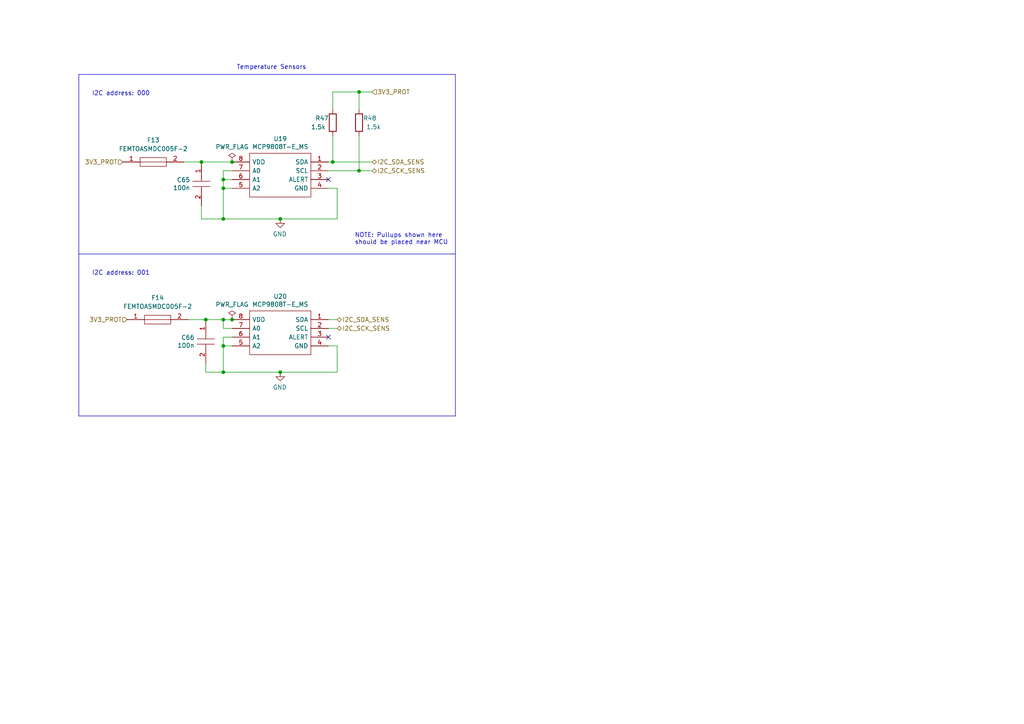
<source format=kicad_sch>
(kicad_sch (version 20230121) (generator eeschema)
  (paper "A4")
  (lib_symbols
    (symbol "Device:R" (pin_numbers hide) (pin_names (offset 0))
      (property "Reference" "R" (at 2.032 0 90))
      (property "Value" "R" (at 0 0 90))
      (symbol "R_0_1"
        (rectangle (start -1.016 -2.54) (end 1.016 2.54) (stroke (width 0.254)))
      )
      (symbol "R_1_1"
        (pin passive line (at 0 3.81 270) (length 1.27) (name "~") (number "1"))
        (pin passive line (at 0 -3.81 90) (length 1.27) (name "~") (number "2"))
      )
    )
    (symbol "MISC:FEMTOASMDC005F-2" (pin_names (offset 0.762))
      (property "Reference" "F" (at 13.97 6.35 0))
      (property "Value" "FEMTOASMDC005F-2" (at 13.97 3.81 0))
      (symbol "FEMTOASMDC005F-2_0_0"
        (pin passive line (at 0 0 0) (length 5.08) (name "~") (number "1"))
        (pin passive line (at 17.78 0 180) (length 5.08) (name "~") (number "2"))
      )
      (symbol "FEMTOASMDC005F-2_0_1"
        (polyline (pts (xy 5.08 0) (xy 12.7 0)) (stroke (width 0.1524)))
        (polyline (pts (xy 5.08 1.27) (xy 12.7 1.27) (xy 12.7 -1.27) (xy 5.08 -1.27) (xy 5.08 1.27)) (stroke (width 0.1524)))
      )
    )
    (symbol "OBC_IC:MCP9808T-E_MS" (pin_names (offset 0.762))
      (property "Reference" "U" (at 24.13 7.62 0))
      (property "Value" "MCP9808T-E_MS" (at 24.13 5.08 0))
      (symbol "MCP9808T-E_MS_0_0"
        (pin bidirectional line (at 0 0 0) (length 5.08) (name "SDA") (number "1"))
        (pin input line (at 0 -2.54 0) (length 5.08) (name "SCL") (number "2"))
        (pin output line (at 0 -5.08 0) (length 5.08) (name "ALERT") (number "3"))
        (pin power_in line (at 0 -7.62 0) (length 5.08) (name "GND") (number "4"))
        (pin input line (at 27.94 -7.62 180) (length 5.08) (name "A2") (number "5"))
        (pin input line (at 27.94 -5.08 180) (length 5.08) (name "A1") (number "6"))
        (pin input line (at 27.94 -2.54 180) (length 5.08) (name "A0") (number "7"))
        (pin power_in line (at 27.94 0 180) (length 5.08) (name "VDD") (number "8"))
      )
      (symbol "MCP9808T-E_MS_0_1"
        (polyline (pts (xy 5.08 2.54) (xy 22.86 2.54) (xy 22.86 -10.16) (xy 5.08 -10.16) (xy 5.08 2.54)) (stroke (width 0.1524)))
      )
    )
    (symbol "OBC_PASSIVE:GCM155R71H104KE02J" (pin_names (offset 0.762))
      (property "Reference" "C" (at 8.89 6.35 0))
      (property "Value" "GCM155R71H104KE02J" (at 8.89 3.81 0))
      (symbol "GCM155R71H104KE02J_0_0"
        (pin passive line (at 0 0 0) (length 5.08) (name "~") (number "1"))
        (pin passive line (at 12.7 0 180) (length 5.08) (name "~") (number "2"))
      )
      (symbol "GCM155R71H104KE02J_0_1"
        (polyline (pts (xy 5.08 0) (xy 5.588 0)) (stroke (width 0.1524)))
        (polyline (pts (xy 5.588 2.54) (xy 5.588 -2.54)) (stroke (width 0.1524)))
        (polyline (pts (xy 7.112 0) (xy 7.62 0)) (stroke (width 0.1524)))
        (polyline (pts (xy 7.112 2.54) (xy 7.112 -2.54)) (stroke (width 0.1524)))
      )
    )
    (symbol "power:GND" (power) (pin_names (offset 0))
      (property "Value" "GND" (at 0 -3.81 0))
      (symbol "GND_0_1"
        (polyline (pts (xy 0 0) (xy 0 -1.27) (xy 1.27 -1.27) (xy 0 -2.54) (xy -1.27 -1.27) (xy 0 -1.27)))
      )
      (symbol "GND_1_1"
        (pin power_in line (at 0 0 270) (length 0) hide (name "GND") (number "1"))
      )
    )
    (symbol "power:PWR_FLAG" (power) (pin_numbers hide) (pin_names (offset 0) hide)
      (property "Value" "PWR_FLAG" (at 0 3.81 0))
      (symbol "PWR_FLAG_0_0"
        (pin power_out line (at 0 0 90) (length 0) (name "pwr") (number "1"))
      )
      (symbol "PWR_FLAG_0_1"
        (polyline (pts (xy 0 0) (xy 0 1.27) (xy -1.016 1.905) (xy 0 2.54) (xy 1.016 1.905) (xy 0 1.27)))
      )
    )
  )
  (junction (at 64.77 92.71))
  (junction (at 64.77 107.95))
  (junction (at 67.31 92.71))
  (junction (at 81.28 63.5))
  (junction (at 64.77 54.61))
  (junction (at 81.28 107.95))
  (junction (at 104.14 26.67))
  (junction (at 64.77 52.07))
  (junction (at 59.69 92.71))
  (junction (at 104.14 49.53))
  (junction (at 64.77 100.33))
  (junction (at 64.77 63.5))
  (junction (at 96.52 46.99))
  (junction (at 58.42 46.99))
  (junction (at 67.31 46.99))
  (no_connect (at 95.25 97.79))
  (no_connect (at 95.25 52.07))
  (wire (pts (xy 81.28 107.95) (xy 97.79 107.95)))
  (wire (pts (xy 97.79 100.33) (xy 97.79 107.95)))
  (wire (pts (xy 67.31 100.33) (xy 64.77 100.33)))
  (wire (pts (xy 64.77 63.5) (xy 81.28 63.5)))
  (wire (pts (xy 97.79 54.61) (xy 97.79 63.5)))
  (wire (pts (xy 64.77 107.95) (xy 81.28 107.95)))
  (polyline (pts (xy 22.86 21.59) (xy 132.08 21.59)))
  (polyline (pts (xy 132.08 120.65) (xy 22.86 120.65)))
  (wire (pts (xy 59.69 105.41) (xy 59.69 107.95)))
  (polyline (pts (xy 22.86 120.65) (xy 22.86 21.59)))
  (wire (pts (xy 64.77 49.53) (xy 64.77 52.07)))
  (wire (pts (xy 53.34 46.99) (xy 58.42 46.99)))
  (wire (pts (xy 97.79 95.25) (xy 95.25 95.25)))
  (wire (pts (xy 59.69 107.95) (xy 64.77 107.95)))
  (wire (pts (xy 64.77 95.25) (xy 64.77 92.71)))
  (wire (pts (xy 67.31 49.53) (xy 64.77 49.53)))
  (wire (pts (xy 104.14 26.67) (xy 107.95 26.67)))
  (wire (pts (xy 67.31 52.07) (xy 64.77 52.07)))
  (wire (pts (xy 67.31 54.61) (xy 64.77 54.61)))
  (wire (pts (xy 95.25 100.33) (xy 97.79 100.33)))
  (wire (pts (xy 64.77 97.79) (xy 64.77 100.33)))
  (wire (pts (xy 67.31 97.79) (xy 64.77 97.79)))
  (wire (pts (xy 96.52 39.37) (xy 96.52 46.99)))
  (wire (pts (xy 97.79 92.71) (xy 95.25 92.71)))
  (wire (pts (xy 67.31 95.25) (xy 64.77 95.25)))
  (wire (pts (xy 104.14 49.53) (xy 95.25 49.53)))
  (polyline (pts (xy 132.08 21.59) (xy 132.08 120.65)))
  (wire (pts (xy 104.14 26.67) (xy 104.14 31.75)))
  (wire (pts (xy 104.14 39.37) (xy 104.14 49.53)))
  (wire (pts (xy 64.77 92.71) (xy 67.31 92.71)))
  (wire (pts (xy 96.52 26.67) (xy 96.52 31.75)))
  (wire (pts (xy 96.52 26.67) (xy 104.14 26.67)))
  (wire (pts (xy 64.77 100.33) (xy 64.77 107.95)))
  (wire (pts (xy 96.52 46.99) (xy 95.25 46.99)))
  (wire (pts (xy 64.77 54.61) (xy 64.77 63.5)))
  (wire (pts (xy 95.25 54.61) (xy 97.79 54.61)))
  (polyline (pts (xy 22.86 73.66) (xy 132.08 73.66)))
  (wire (pts (xy 58.42 63.5) (xy 64.77 63.5)))
  (wire (pts (xy 58.42 59.69) (xy 58.42 63.5)))
  (wire (pts (xy 97.79 63.5) (xy 81.28 63.5)))
  (wire (pts (xy 67.31 46.99) (xy 58.42 46.99)))
  (wire (pts (xy 54.61 92.71) (xy 59.69 92.71)))
  (wire (pts (xy 59.69 92.71) (xy 64.77 92.71)))
  (wire (pts (xy 64.77 52.07) (xy 64.77 54.61)))
  (wire (pts (xy 107.95 49.53) (xy 104.14 49.53)))
  (wire (pts (xy 96.52 46.99) (xy 107.95 46.99)))
  (text "I2C address: 000" (at 26.67 27.94 0) (effects (font (size 1.27 1.27)) (justify left bottom)))
  (text "Temperature Sensors" (at 68.58 20.32 0) (effects (font (size 1.27 1.27)) (justify left bottom)))
  (text "I2C address: 001" (at 26.67 80.01 0) (effects (font (size 1.27 1.27)) (justify left bottom)))
  (text "NOTE: Pullups shown here\nshould be placed near MCU" (at 102.87 71.12 0) (effects (font (size 1.27 1.27)) (justify left bottom)))
  (hierarchical_label "I2C_SDA_SENS" (shape bidirectional) (at 107.95 46.99 0))
  (hierarchical_label "I2C_SCK_SENS" (shape bidirectional) (at 97.79 95.25 0))
  (hierarchical_label "I2C_SDA_SENS" (shape bidirectional) (at 97.79 92.71 0))
  (hierarchical_label "3V3_PROT" (shape input) (at 107.95 26.67 0))
  (hierarchical_label "3V3_PROT" (shape input) (at 36.83 92.71 180))
  (hierarchical_label "3V3_PROT" (shape input) (at 35.56 46.99 180))
  (hierarchical_label "I2C_SCK_SENS" (shape bidirectional) (at 107.95 49.53 0))
  (symbol (lib_id "OBC_PASSIVE:GCM155R71H104KE02J") (at 58.42 46.99 90) (mirror x) (unit 1)
    (property "Reference" "C65" (at 55.1688 52.1716 90) (effects (justify left)))
    (property "Value" "100n" (at 55.1688 54.483 90) (effects (justify left)))
    (property "Footprint" "CAPC1005X55N" (effects hide))
    (property "Datasheet" "https://psearch.en.murata.com/capacitor/product/GCM155R71H104KE02%23.html" (effects hide))
    (property "Description" "Capacitor GCM15 L=1.0mm W=0.5mm T=0.5mm" (effects hide))
    (property "Height" "0.55" (effects hide))
    (property "Mouser Part Number" "81-GCM155R71H104KE2J" (effects hide))
    (property "Mouser Price/Stock" "https://www.mouser.co.uk/ProductDetail/Murata-Electronics/GCM155R71H104KE02J?qs=hNud%2FORuBR1wlwGPFWBVDg%3D%3D" (effects hide))
    (property "Manufacturer_Name" "Murata Electronics" (effects hide))
    (property "Manufacturer_Part_Number" "GCM155R71H104KE02J" (effects hide))
  )
  (symbol (lib_id "OBC_IC:MCP9808T-E_MS") (at 95.25 92.71 0) (mirror y) (unit 1)
    (property "Reference" "U20" (at 81.28 85.979 0))
    (property "Value" "MCP9808T-E_MS" (at 81.28 88.2904 0))
    (property "Footprint" "OBC_IC:MCP9808T-E_MS" (effects hide))
    (property "Datasheet" "https://ww1.microchip.com/downloads/en/DeviceDoc/25095A.pdf" (effects hide))
    (property "Description" "Microchip MCP9808T-E/MS, Temperature Converter -40  +125 C +/-1C Serial-I2C, SMBus, 8-Pin MSOP" (effects hide))
    (property "Height" "1.1" (effects hide))
    (property "Mouser Part Number" "579-MCP9808T-E/MS" (effects hide))
    (property "Mouser Price/Stock" "https://www.mouser.co.uk/ProductDetail/Microchip-Technology/MCP9808T-E-MS?qs=fgHA1UgJI8BYolGts7svKQ%3D%3D" (effects hide))
    (property "Manufacturer_Name" "Microchip" (effects hide))
    (property "Manufacturer_Part_Number" "MCP9808T-E/MS" (effects hide))
  )
  (symbol (lib_id "power:PWR_FLAG") (at 67.31 46.99 0) (unit 1)
    (property "Reference" "#FLG0111" (effects hide))
    (property "Value" "PWR_FLAG" (at 67.31 42.5958 0))
  )
  (symbol (lib_id "Device:R") (at 96.52 35.56 180) (unit 1)
    (property "Reference" "R47" (at 91.44 34.29 0) (effects (justify right)))
    (property "Value" "1.5k" (at 90.17 36.83 0) (effects (justify right)))
    (property "Footprint" "Resistor_SMD:R_0402_1005Metric" (effects hide))
  )
  (symbol (lib_id "OBC_PASSIVE:GCM155R71H104KE02J") (at 59.69 92.71 90) (mirror x) (unit 1)
    (property "Reference" "C66" (at 56.4388 97.8916 90) (effects (justify left)))
    (property "Value" "100n" (at 56.4388 100.203 90) (effects (justify left)))
    (property "Footprint" "CAPC1005X55N" (effects hide))
    (property "Datasheet" "https://psearch.en.murata.com/capacitor/product/GCM155R71H104KE02%23.html" (effects hide))
    (property "Description" "Capacitor GCM15 L=1.0mm W=0.5mm T=0.5mm" (effects hide))
    (property "Height" "0.55" (effects hide))
    (property "Mouser Part Number" "81-GCM155R71H104KE2J" (effects hide))
    (property "Mouser Price/Stock" "https://www.mouser.co.uk/ProductDetail/Murata-Electronics/GCM155R71H104KE02J?qs=hNud%2FORuBR1wlwGPFWBVDg%3D%3D" (effects hide))
    (property "Manufacturer_Name" "Murata Electronics" (effects hide))
    (property "Manufacturer_Part_Number" "GCM155R71H104KE02J" (effects hide))
  )
  (symbol (lib_id "power:GND") (at 81.28 107.95 0) (mirror y) (unit 1)
    (property "Reference" "#PWR0192" (effects hide))
    (property "Value" "GND" (at 81.153 112.3442 0))
  )
  (symbol (lib_id "MISC:FEMTOASMDC005F-2") (at 35.56 46.99 0) (mirror x) (unit 1)
    (property "Reference" "F13" (at 44.45 40.64 0))
    (property "Value" "FEMTOASMDC005F-2" (at 44.45 43.18 0))
    (property "Footprint" "MISC:FEMTOASMDC005F-2" (effects hide))
    (property "Datasheet" "https://altium.componentsearchengine.com/Datasheets/1/FEMTOASMDC005F-2.pdf" (effects hide))
    (property "Description" "Resettable Fuses - PPTC .05A 15VDC 10A 0603 AEC-Q200" (effects hide))
    (property "Height" "0.85" (effects hide))
    (property "Mouser Part Number" "650-FEMTOASMDC005F-2" (effects hide))
    (property "Mouser Price/Stock" "https://www.mouser.co.uk/ProductDetail/Littelfuse/FEMTOASMDC005F-2?qs=l5LPopohbqT5KxfEbLNj7A%3D%3D" (effects hide))
    (property "Manufacturer_Name" "LITTELFUSE" (effects hide))
    (property "Manufacturer_Part_Number" "FEMTOASMDC005F-2" (effects hide))
  )
  (symbol (lib_id "power:GND") (at 81.28 63.5 0) (mirror y) (unit 1)
    (property "Reference" "#PWR0193" (effects hide))
    (property "Value" "GND" (at 81.153 67.8942 0))
  )
  (symbol (lib_id "OBC_IC:MCP9808T-E_MS") (at 95.25 46.99 0) (mirror y) (unit 1)
    (property "Reference" "U19" (at 81.28 40.259 0))
    (property "Value" "MCP9808T-E_MS" (at 81.28 42.5704 0))
    (property "Footprint" "OBC_IC:MCP9808T-E_MS" (effects hide))
    (property "Datasheet" "https://ww1.microchip.com/downloads/en/DeviceDoc/25095A.pdf" (effects hide))
    (property "Description" "Microchip MCP9808T-E/MS, Temperature Converter -40  +125 C +/-1C Serial-I2C, SMBus, 8-Pin MSOP" (effects hide))
    (property "Height" "1.1" (effects hide))
    (property "Mouser Part Number" "579-MCP9808T-E/MS" (effects hide))
    (property "Mouser Price/Stock" "https://www.mouser.co.uk/ProductDetail/Microchip-Technology/MCP9808T-E-MS?qs=fgHA1UgJI8BYolGts7svKQ%3D%3D" (effects hide))
    (property "Manufacturer_Name" "Microchip" (effects hide))
    (property "Manufacturer_Part_Number" "MCP9808T-E/MS" (effects hide))
  )
  (symbol (lib_id "power:PWR_FLAG") (at 67.31 92.71 0) (unit 1)
    (property "Reference" "#FLG0112" (effects hide))
    (property "Value" "PWR_FLAG" (at 67.31 88.3158 0))
  )
  (symbol (lib_id "Device:R") (at 104.14 35.56 0) (mirror x) (unit 1)
    (property "Reference" "R48" (at 109.22 34.29 0) (effects (justify right)))
    (property "Value" "1.5k" (at 110.49 36.83 0) (effects (justify right)))
    (property "Footprint" "Resistor_SMD:R_0402_1005Metric" (effects hide))
  )
  (symbol (lib_id "MISC:FEMTOASMDC005F-2") (at 36.83 92.71 0) (mirror x) (unit 1)
    (property "Reference" "F14" (at 45.72 86.36 0))
    (property "Value" "FEMTOASMDC005F-2" (at 45.72 88.9 0))
    (property "Footprint" "MISC:FEMTOASMDC005F-2" (effects hide))
    (property "Datasheet" "https://altium.componentsearchengine.com/Datasheets/1/FEMTOASMDC005F-2.pdf" (effects hide))
    (property "Description" "Resettable Fuses - PPTC .05A 15VDC 10A 0603 AEC-Q200" (effects hide))
    (property "Height" "0.85" (effects hide))
    (property "Mouser Part Number" "650-FEMTOASMDC005F-2" (effects hide))
    (property "Mouser Price/Stock" "https://www.mouser.co.uk/ProductDetail/Littelfuse/FEMTOASMDC005F-2?qs=l5LPopohbqT5KxfEbLNj7A%3D%3D" (effects hide))
    (property "Manufacturer_Name" "LITTELFUSE" (effects hide))
    (property "Manufacturer_Part_Number" "FEMTOASMDC005F-2" (effects hide))
  )
)
</source>
